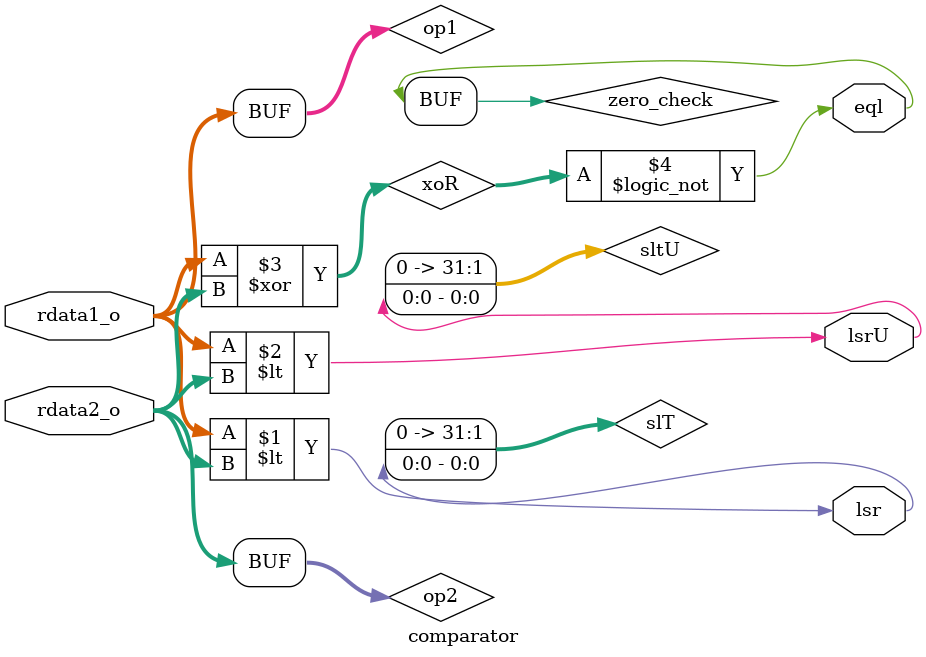
<source format=v>
`timescale 1ns / 1ps


module comparator(
    
    input  [31:0] rdata1_o,         
    input  [31:0] rdata2_o   , 
    
    output lsr,lsrU,eql
    // gtr, gtrU, 
    

    );
    
         wire signed [31:0] op1, op2;
      assign op1 = rdata1_o;
  assign op2 = rdata2_o;
   wire zero_check;
 //assign zero_check=&(!result_out);
 
 
    
    
    wire [31:0]slT,sltU,xoR;
assign slT={31'd0,(op1 < op2)} ;
assign sltU={31'd0,(rdata1_o < rdata2_o)};
assign xoR= rdata1_o ^ rdata2_o ;
assign zero_check=&(! xoR); 
 assign  lsr=slT[0]; //assign gtr=!lsr; // BLT, BGE
  assign lsrU=sltU[0]; //assign gtrU=!lsr;// BLTU, BGEU
assign eql=zero_check; // BEQ, BNQ
  

endmodule


</source>
